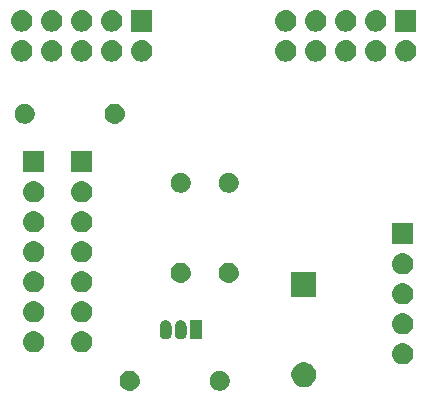
<source format=gbr>
G04 #@! TF.GenerationSoftware,KiCad,Pcbnew,5.0.2-bee76a0~70~ubuntu18.04.1*
G04 #@! TF.CreationDate,2018-12-25T16:41:34-08:00*
G04 #@! TF.ProjectId,Marlin_UIBOX,4d61726c-696e-45f5-9549-424f582e6b69,rev?*
G04 #@! TF.SameCoordinates,PX7bfa480PY68e7780*
G04 #@! TF.FileFunction,Soldermask,Bot*
G04 #@! TF.FilePolarity,Negative*
%FSLAX46Y46*%
G04 Gerber Fmt 4.6, Leading zero omitted, Abs format (unit mm)*
G04 Created by KiCad (PCBNEW 5.0.2-bee76a0~70~ubuntu18.04.1) date Tue 25 Dec 2018 04:41:34 PM PST*
%MOMM*%
%LPD*%
G01*
G04 APERTURE LIST*
%ADD10C,0.100000*%
G04 APERTURE END LIST*
D10*
G36*
X22902228Y4138297D02*
X23057100Y4074147D01*
X23196481Y3981015D01*
X23315015Y3862481D01*
X23408147Y3723100D01*
X23472297Y3568228D01*
X23505000Y3403816D01*
X23505000Y3236184D01*
X23472297Y3071772D01*
X23408147Y2916900D01*
X23315015Y2777519D01*
X23196481Y2658985D01*
X23057100Y2565853D01*
X22902228Y2501703D01*
X22737816Y2469000D01*
X22570184Y2469000D01*
X22405772Y2501703D01*
X22250900Y2565853D01*
X22111519Y2658985D01*
X21992985Y2777519D01*
X21899853Y2916900D01*
X21835703Y3071772D01*
X21803000Y3236184D01*
X21803000Y3403816D01*
X21835703Y3568228D01*
X21899853Y3723100D01*
X21992985Y3862481D01*
X22111519Y3981015D01*
X22250900Y4074147D01*
X22405772Y4138297D01*
X22570184Y4171000D01*
X22737816Y4171000D01*
X22902228Y4138297D01*
X22902228Y4138297D01*
G37*
G36*
X15200821Y4158687D02*
X15200824Y4158686D01*
X15200825Y4158686D01*
X15361239Y4110025D01*
X15361241Y4110024D01*
X15361244Y4110023D01*
X15509078Y4031005D01*
X15638659Y3924659D01*
X15745005Y3795078D01*
X15824023Y3647244D01*
X15824024Y3647241D01*
X15824025Y3647239D01*
X15856120Y3541435D01*
X15872687Y3486821D01*
X15889117Y3320000D01*
X15872687Y3153179D01*
X15872686Y3153176D01*
X15872686Y3153175D01*
X15835818Y3031637D01*
X15824023Y2992756D01*
X15745005Y2844922D01*
X15638659Y2715341D01*
X15509078Y2608995D01*
X15361244Y2529977D01*
X15361241Y2529976D01*
X15361239Y2529975D01*
X15200825Y2481314D01*
X15200824Y2481314D01*
X15200821Y2481313D01*
X15075804Y2469000D01*
X14992196Y2469000D01*
X14867179Y2481313D01*
X14867176Y2481314D01*
X14867175Y2481314D01*
X14706761Y2529975D01*
X14706759Y2529976D01*
X14706756Y2529977D01*
X14558922Y2608995D01*
X14429341Y2715341D01*
X14322995Y2844922D01*
X14243977Y2992756D01*
X14232183Y3031637D01*
X14195314Y3153175D01*
X14195314Y3153176D01*
X14195313Y3153179D01*
X14178883Y3320000D01*
X14195313Y3486821D01*
X14211880Y3541435D01*
X14243975Y3647239D01*
X14243976Y3647241D01*
X14243977Y3647244D01*
X14322995Y3795078D01*
X14429341Y3924659D01*
X14558922Y4031005D01*
X14706756Y4110023D01*
X14706759Y4110024D01*
X14706761Y4110025D01*
X14867175Y4158686D01*
X14867176Y4158686D01*
X14867179Y4158687D01*
X14992196Y4171000D01*
X15075804Y4171000D01*
X15200821Y4158687D01*
X15200821Y4158687D01*
G37*
G36*
X30072565Y4858611D02*
X30263834Y4779385D01*
X30435976Y4664363D01*
X30582363Y4517976D01*
X30697385Y4345834D01*
X30776611Y4154565D01*
X30817000Y3951516D01*
X30817000Y3744484D01*
X30776611Y3541435D01*
X30697385Y3350166D01*
X30582363Y3178024D01*
X30435976Y3031637D01*
X30263834Y2916615D01*
X30072565Y2837389D01*
X29869516Y2797000D01*
X29662484Y2797000D01*
X29459435Y2837389D01*
X29268166Y2916615D01*
X29096024Y3031637D01*
X28949637Y3178024D01*
X28834615Y3350166D01*
X28755389Y3541435D01*
X28715000Y3744484D01*
X28715000Y3951516D01*
X28755389Y4154565D01*
X28834615Y4345834D01*
X28949637Y4517976D01*
X29096024Y4664363D01*
X29268166Y4779385D01*
X29459435Y4858611D01*
X29662484Y4899000D01*
X29869516Y4899000D01*
X30072565Y4858611D01*
X30072565Y4858611D01*
G37*
G36*
X38258442Y6500482D02*
X38324627Y6493963D01*
X38437853Y6459616D01*
X38494467Y6442443D01*
X38633087Y6368348D01*
X38650991Y6358778D01*
X38686729Y6329448D01*
X38788186Y6246186D01*
X38871448Y6144729D01*
X38900778Y6108991D01*
X38900779Y6108989D01*
X38984443Y5952467D01*
X38984443Y5952466D01*
X39035963Y5782627D01*
X39053359Y5606000D01*
X39035963Y5429373D01*
X39001616Y5316147D01*
X38984443Y5259533D01*
X38910348Y5120913D01*
X38900778Y5103009D01*
X38871448Y5067271D01*
X38788186Y4965814D01*
X38686729Y4882552D01*
X38650991Y4853222D01*
X38650989Y4853221D01*
X38494467Y4769557D01*
X38437853Y4752384D01*
X38324627Y4718037D01*
X38258443Y4711519D01*
X38192260Y4705000D01*
X38103740Y4705000D01*
X38037558Y4711518D01*
X37971373Y4718037D01*
X37858147Y4752384D01*
X37801533Y4769557D01*
X37645011Y4853221D01*
X37645009Y4853222D01*
X37609271Y4882552D01*
X37507814Y4965814D01*
X37424552Y5067271D01*
X37395222Y5103009D01*
X37385652Y5120913D01*
X37311557Y5259533D01*
X37294384Y5316147D01*
X37260037Y5429373D01*
X37242641Y5606000D01*
X37260037Y5782627D01*
X37311557Y5952466D01*
X37311557Y5952467D01*
X37395221Y6108989D01*
X37395222Y6108991D01*
X37424552Y6144729D01*
X37507814Y6246186D01*
X37609271Y6329448D01*
X37645009Y6358778D01*
X37662913Y6368348D01*
X37801533Y6442443D01*
X37858147Y6459616D01*
X37971373Y6493963D01*
X38037557Y6500481D01*
X38103740Y6507000D01*
X38192260Y6507000D01*
X38258442Y6500482D01*
X38258442Y6500482D01*
G37*
G36*
X11080442Y7516482D02*
X11146627Y7509963D01*
X11259853Y7475616D01*
X11316467Y7458443D01*
X11438485Y7393222D01*
X11472991Y7374778D01*
X11508729Y7345448D01*
X11610186Y7262186D01*
X11693448Y7160729D01*
X11722778Y7124991D01*
X11722779Y7124989D01*
X11806443Y6968467D01*
X11806443Y6968466D01*
X11857963Y6798627D01*
X11875359Y6622000D01*
X11857963Y6445373D01*
X11857074Y6442443D01*
X11806443Y6275533D01*
X11790756Y6246186D01*
X11722778Y6119009D01*
X11693448Y6083271D01*
X11610186Y5981814D01*
X11508729Y5898552D01*
X11472991Y5869222D01*
X11472989Y5869221D01*
X11316467Y5785557D01*
X11259853Y5768384D01*
X11146627Y5734037D01*
X11080442Y5727518D01*
X11014260Y5721000D01*
X10925740Y5721000D01*
X10859558Y5727518D01*
X10793373Y5734037D01*
X10680147Y5768384D01*
X10623533Y5785557D01*
X10467011Y5869221D01*
X10467009Y5869222D01*
X10431271Y5898552D01*
X10329814Y5981814D01*
X10246552Y6083271D01*
X10217222Y6119009D01*
X10149244Y6246186D01*
X10133557Y6275533D01*
X10082926Y6442443D01*
X10082037Y6445373D01*
X10064641Y6622000D01*
X10082037Y6798627D01*
X10133557Y6968466D01*
X10133557Y6968467D01*
X10217221Y7124989D01*
X10217222Y7124991D01*
X10246552Y7160729D01*
X10329814Y7262186D01*
X10431271Y7345448D01*
X10467009Y7374778D01*
X10501515Y7393222D01*
X10623533Y7458443D01*
X10680147Y7475616D01*
X10793373Y7509963D01*
X10859558Y7516482D01*
X10925740Y7523000D01*
X11014260Y7523000D01*
X11080442Y7516482D01*
X11080442Y7516482D01*
G37*
G36*
X7016442Y7516482D02*
X7082627Y7509963D01*
X7195853Y7475616D01*
X7252467Y7458443D01*
X7374485Y7393222D01*
X7408991Y7374778D01*
X7444729Y7345448D01*
X7546186Y7262186D01*
X7629448Y7160729D01*
X7658778Y7124991D01*
X7658779Y7124989D01*
X7742443Y6968467D01*
X7742443Y6968466D01*
X7793963Y6798627D01*
X7811359Y6622000D01*
X7793963Y6445373D01*
X7793074Y6442443D01*
X7742443Y6275533D01*
X7726756Y6246186D01*
X7658778Y6119009D01*
X7629448Y6083271D01*
X7546186Y5981814D01*
X7444729Y5898552D01*
X7408991Y5869222D01*
X7408989Y5869221D01*
X7252467Y5785557D01*
X7195853Y5768384D01*
X7082627Y5734037D01*
X7016442Y5727518D01*
X6950260Y5721000D01*
X6861740Y5721000D01*
X6795558Y5727518D01*
X6729373Y5734037D01*
X6616147Y5768384D01*
X6559533Y5785557D01*
X6403011Y5869221D01*
X6403009Y5869222D01*
X6367271Y5898552D01*
X6265814Y5981814D01*
X6182552Y6083271D01*
X6153222Y6119009D01*
X6085244Y6246186D01*
X6069557Y6275533D01*
X6018926Y6442443D01*
X6018037Y6445373D01*
X6000641Y6622000D01*
X6018037Y6798627D01*
X6069557Y6968466D01*
X6069557Y6968467D01*
X6153221Y7124989D01*
X6153222Y7124991D01*
X6182552Y7160729D01*
X6265814Y7262186D01*
X6367271Y7345448D01*
X6403009Y7374778D01*
X6437515Y7393222D01*
X6559533Y7458443D01*
X6616147Y7475616D01*
X6729373Y7509963D01*
X6795558Y7516482D01*
X6861740Y7523000D01*
X6950260Y7523000D01*
X7016442Y7516482D01*
X7016442Y7516482D01*
G37*
G36*
X19450212Y8431751D02*
X19544651Y8403103D01*
X19631687Y8356582D01*
X19707975Y8293975D01*
X19770582Y8217687D01*
X19817103Y8130652D01*
X19845751Y8036213D01*
X19853000Y7962612D01*
X19853000Y7313388D01*
X19845751Y7239787D01*
X19817103Y7145348D01*
X19770582Y7058313D01*
X19707975Y6982025D01*
X19631687Y6919418D01*
X19544652Y6872897D01*
X19450213Y6844249D01*
X19352000Y6834576D01*
X19253788Y6844249D01*
X19159349Y6872897D01*
X19072314Y6919418D01*
X18996026Y6982025D01*
X18933419Y7058313D01*
X18897779Y7124991D01*
X18886898Y7145347D01*
X18877349Y7176828D01*
X18858250Y7239787D01*
X18851001Y7313388D01*
X18851000Y7313398D01*
X18851000Y7962611D01*
X18858249Y8036212D01*
X18886897Y8130651D01*
X18933418Y8217687D01*
X18996025Y8293975D01*
X19072313Y8356582D01*
X19159348Y8403103D01*
X19253787Y8431751D01*
X19352000Y8441424D01*
X19450212Y8431751D01*
X19450212Y8431751D01*
G37*
G36*
X18180212Y8431751D02*
X18274651Y8403103D01*
X18361687Y8356582D01*
X18437975Y8293975D01*
X18500582Y8217687D01*
X18547103Y8130652D01*
X18575751Y8036213D01*
X18583000Y7962612D01*
X18583000Y7313388D01*
X18575751Y7239787D01*
X18547103Y7145348D01*
X18500582Y7058313D01*
X18437975Y6982025D01*
X18361687Y6919418D01*
X18274652Y6872897D01*
X18180213Y6844249D01*
X18082000Y6834576D01*
X17983788Y6844249D01*
X17889349Y6872897D01*
X17802314Y6919418D01*
X17726026Y6982025D01*
X17663419Y7058313D01*
X17627779Y7124991D01*
X17616898Y7145347D01*
X17607349Y7176828D01*
X17588250Y7239787D01*
X17581001Y7313388D01*
X17581000Y7313398D01*
X17581000Y7962611D01*
X17588249Y8036212D01*
X17616897Y8130651D01*
X17663418Y8217687D01*
X17726025Y8293975D01*
X17802313Y8356582D01*
X17889348Y8403103D01*
X17983787Y8431751D01*
X18082000Y8441424D01*
X18180212Y8431751D01*
X18180212Y8431751D01*
G37*
G36*
X21123000Y6837000D02*
X20121000Y6837000D01*
X20121000Y8439000D01*
X21123000Y8439000D01*
X21123000Y6837000D01*
X21123000Y6837000D01*
G37*
G36*
X38258443Y9040481D02*
X38324627Y9033963D01*
X38437853Y8999616D01*
X38494467Y8982443D01*
X38633087Y8908348D01*
X38650991Y8898778D01*
X38686729Y8869448D01*
X38788186Y8786186D01*
X38871448Y8684729D01*
X38900778Y8648991D01*
X38900779Y8648989D01*
X38984443Y8492467D01*
X38984443Y8492466D01*
X39035963Y8322627D01*
X39053359Y8146000D01*
X39035963Y7969373D01*
X39001616Y7856147D01*
X38984443Y7799533D01*
X38910348Y7660913D01*
X38900778Y7643009D01*
X38871448Y7607271D01*
X38788186Y7505814D01*
X38686729Y7422552D01*
X38650991Y7393222D01*
X38650989Y7393221D01*
X38494467Y7309557D01*
X38437853Y7292384D01*
X38324627Y7258037D01*
X38258442Y7251518D01*
X38192260Y7245000D01*
X38103740Y7245000D01*
X38037557Y7251519D01*
X37971373Y7258037D01*
X37858147Y7292384D01*
X37801533Y7309557D01*
X37645011Y7393221D01*
X37645009Y7393222D01*
X37609271Y7422552D01*
X37507814Y7505814D01*
X37424552Y7607271D01*
X37395222Y7643009D01*
X37385652Y7660913D01*
X37311557Y7799533D01*
X37294384Y7856147D01*
X37260037Y7969373D01*
X37242641Y8146000D01*
X37260037Y8322627D01*
X37311557Y8492466D01*
X37311557Y8492467D01*
X37395221Y8648989D01*
X37395222Y8648991D01*
X37424552Y8684729D01*
X37507814Y8786186D01*
X37609271Y8869448D01*
X37645009Y8898778D01*
X37662913Y8908348D01*
X37801533Y8982443D01*
X37858147Y8999616D01*
X37971373Y9033963D01*
X38037558Y9040482D01*
X38103740Y9047000D01*
X38192260Y9047000D01*
X38258443Y9040481D01*
X38258443Y9040481D01*
G37*
G36*
X7016443Y10056481D02*
X7082627Y10049963D01*
X7195853Y10015616D01*
X7252467Y9998443D01*
X7374485Y9933222D01*
X7408991Y9914778D01*
X7444729Y9885448D01*
X7546186Y9802186D01*
X7629448Y9700729D01*
X7658778Y9664991D01*
X7658779Y9664989D01*
X7742443Y9508467D01*
X7742443Y9508466D01*
X7793963Y9338627D01*
X7811359Y9162000D01*
X7793963Y8985373D01*
X7793074Y8982443D01*
X7742443Y8815533D01*
X7726756Y8786186D01*
X7658778Y8659009D01*
X7629448Y8623271D01*
X7546186Y8521814D01*
X7448229Y8441424D01*
X7408991Y8409222D01*
X7408989Y8409221D01*
X7252467Y8325557D01*
X7195853Y8308384D01*
X7082627Y8274037D01*
X7016443Y8267519D01*
X6950260Y8261000D01*
X6861740Y8261000D01*
X6795557Y8267519D01*
X6729373Y8274037D01*
X6616147Y8308384D01*
X6559533Y8325557D01*
X6403011Y8409221D01*
X6403009Y8409222D01*
X6363771Y8441424D01*
X6265814Y8521814D01*
X6182552Y8623271D01*
X6153222Y8659009D01*
X6085244Y8786186D01*
X6069557Y8815533D01*
X6018926Y8982443D01*
X6018037Y8985373D01*
X6000641Y9162000D01*
X6018037Y9338627D01*
X6069557Y9508466D01*
X6069557Y9508467D01*
X6153221Y9664989D01*
X6153222Y9664991D01*
X6182552Y9700729D01*
X6265814Y9802186D01*
X6367271Y9885448D01*
X6403009Y9914778D01*
X6437515Y9933222D01*
X6559533Y9998443D01*
X6616147Y10015616D01*
X6729373Y10049963D01*
X6795557Y10056481D01*
X6861740Y10063000D01*
X6950260Y10063000D01*
X7016443Y10056481D01*
X7016443Y10056481D01*
G37*
G36*
X11080443Y10056481D02*
X11146627Y10049963D01*
X11259853Y10015616D01*
X11316467Y9998443D01*
X11438485Y9933222D01*
X11472991Y9914778D01*
X11508729Y9885448D01*
X11610186Y9802186D01*
X11693448Y9700729D01*
X11722778Y9664991D01*
X11722779Y9664989D01*
X11806443Y9508467D01*
X11806443Y9508466D01*
X11857963Y9338627D01*
X11875359Y9162000D01*
X11857963Y8985373D01*
X11857074Y8982443D01*
X11806443Y8815533D01*
X11790756Y8786186D01*
X11722778Y8659009D01*
X11693448Y8623271D01*
X11610186Y8521814D01*
X11512229Y8441424D01*
X11472991Y8409222D01*
X11472989Y8409221D01*
X11316467Y8325557D01*
X11259853Y8308384D01*
X11146627Y8274037D01*
X11080443Y8267519D01*
X11014260Y8261000D01*
X10925740Y8261000D01*
X10859557Y8267519D01*
X10793373Y8274037D01*
X10680147Y8308384D01*
X10623533Y8325557D01*
X10467011Y8409221D01*
X10467009Y8409222D01*
X10427771Y8441424D01*
X10329814Y8521814D01*
X10246552Y8623271D01*
X10217222Y8659009D01*
X10149244Y8786186D01*
X10133557Y8815533D01*
X10082926Y8982443D01*
X10082037Y8985373D01*
X10064641Y9162000D01*
X10082037Y9338627D01*
X10133557Y9508466D01*
X10133557Y9508467D01*
X10217221Y9664989D01*
X10217222Y9664991D01*
X10246552Y9700729D01*
X10329814Y9802186D01*
X10431271Y9885448D01*
X10467009Y9914778D01*
X10501515Y9933222D01*
X10623533Y9998443D01*
X10680147Y10015616D01*
X10793373Y10049963D01*
X10859557Y10056481D01*
X10925740Y10063000D01*
X11014260Y10063000D01*
X11080443Y10056481D01*
X11080443Y10056481D01*
G37*
G36*
X38258443Y11580481D02*
X38324627Y11573963D01*
X38437853Y11539616D01*
X38494467Y11522443D01*
X38633087Y11448348D01*
X38650991Y11438778D01*
X38686729Y11409448D01*
X38788186Y11326186D01*
X38871448Y11224729D01*
X38900778Y11188991D01*
X38900779Y11188989D01*
X38984443Y11032467D01*
X38984443Y11032466D01*
X39035963Y10862627D01*
X39053359Y10686000D01*
X39035963Y10509373D01*
X39001875Y10397000D01*
X38984443Y10339533D01*
X38910348Y10200913D01*
X38900778Y10183009D01*
X38871448Y10147271D01*
X38788186Y10045814D01*
X38686729Y9962552D01*
X38650991Y9933222D01*
X38650989Y9933221D01*
X38494467Y9849557D01*
X38437853Y9832384D01*
X38324627Y9798037D01*
X38258442Y9791518D01*
X38192260Y9785000D01*
X38103740Y9785000D01*
X38037558Y9791518D01*
X37971373Y9798037D01*
X37858147Y9832384D01*
X37801533Y9849557D01*
X37645011Y9933221D01*
X37645009Y9933222D01*
X37609271Y9962552D01*
X37507814Y10045814D01*
X37424552Y10147271D01*
X37395222Y10183009D01*
X37385652Y10200913D01*
X37311557Y10339533D01*
X37294125Y10397000D01*
X37260037Y10509373D01*
X37242641Y10686000D01*
X37260037Y10862627D01*
X37311557Y11032466D01*
X37311557Y11032467D01*
X37395221Y11188989D01*
X37395222Y11188991D01*
X37424552Y11224729D01*
X37507814Y11326186D01*
X37609271Y11409448D01*
X37645009Y11438778D01*
X37662913Y11448348D01*
X37801533Y11522443D01*
X37858147Y11539616D01*
X37971373Y11573963D01*
X38037557Y11580481D01*
X38103740Y11587000D01*
X38192260Y11587000D01*
X38258443Y11580481D01*
X38258443Y11580481D01*
G37*
G36*
X30817000Y10397000D02*
X28715000Y10397000D01*
X28715000Y12499000D01*
X30817000Y12499000D01*
X30817000Y10397000D01*
X30817000Y10397000D01*
G37*
G36*
X11080442Y12596482D02*
X11146627Y12589963D01*
X11259853Y12555616D01*
X11316467Y12538443D01*
X11438485Y12473222D01*
X11472991Y12454778D01*
X11508729Y12425448D01*
X11610186Y12342186D01*
X11693448Y12240729D01*
X11722778Y12204991D01*
X11722779Y12204989D01*
X11806443Y12048467D01*
X11806443Y12048466D01*
X11857963Y11878627D01*
X11875359Y11702000D01*
X11857963Y11525373D01*
X11857074Y11522443D01*
X11806443Y11355533D01*
X11790756Y11326186D01*
X11722778Y11199009D01*
X11693448Y11163271D01*
X11610186Y11061814D01*
X11508729Y10978552D01*
X11472991Y10949222D01*
X11472989Y10949221D01*
X11316467Y10865557D01*
X11259853Y10848384D01*
X11146627Y10814037D01*
X11080443Y10807519D01*
X11014260Y10801000D01*
X10925740Y10801000D01*
X10859557Y10807519D01*
X10793373Y10814037D01*
X10680147Y10848384D01*
X10623533Y10865557D01*
X10467011Y10949221D01*
X10467009Y10949222D01*
X10431271Y10978552D01*
X10329814Y11061814D01*
X10246552Y11163271D01*
X10217222Y11199009D01*
X10149244Y11326186D01*
X10133557Y11355533D01*
X10082926Y11522443D01*
X10082037Y11525373D01*
X10064641Y11702000D01*
X10082037Y11878627D01*
X10133557Y12048466D01*
X10133557Y12048467D01*
X10217221Y12204989D01*
X10217222Y12204991D01*
X10246552Y12240729D01*
X10329814Y12342186D01*
X10431271Y12425448D01*
X10467009Y12454778D01*
X10501515Y12473222D01*
X10623533Y12538443D01*
X10680147Y12555616D01*
X10793373Y12589963D01*
X10859558Y12596482D01*
X10925740Y12603000D01*
X11014260Y12603000D01*
X11080442Y12596482D01*
X11080442Y12596482D01*
G37*
G36*
X7016442Y12596482D02*
X7082627Y12589963D01*
X7195853Y12555616D01*
X7252467Y12538443D01*
X7374485Y12473222D01*
X7408991Y12454778D01*
X7444729Y12425448D01*
X7546186Y12342186D01*
X7629448Y12240729D01*
X7658778Y12204991D01*
X7658779Y12204989D01*
X7742443Y12048467D01*
X7742443Y12048466D01*
X7793963Y11878627D01*
X7811359Y11702000D01*
X7793963Y11525373D01*
X7793074Y11522443D01*
X7742443Y11355533D01*
X7726756Y11326186D01*
X7658778Y11199009D01*
X7629448Y11163271D01*
X7546186Y11061814D01*
X7444729Y10978552D01*
X7408991Y10949222D01*
X7408989Y10949221D01*
X7252467Y10865557D01*
X7195853Y10848384D01*
X7082627Y10814037D01*
X7016443Y10807519D01*
X6950260Y10801000D01*
X6861740Y10801000D01*
X6795557Y10807519D01*
X6729373Y10814037D01*
X6616147Y10848384D01*
X6559533Y10865557D01*
X6403011Y10949221D01*
X6403009Y10949222D01*
X6367271Y10978552D01*
X6265814Y11061814D01*
X6182552Y11163271D01*
X6153222Y11199009D01*
X6085244Y11326186D01*
X6069557Y11355533D01*
X6018926Y11522443D01*
X6018037Y11525373D01*
X6000641Y11702000D01*
X6018037Y11878627D01*
X6069557Y12048466D01*
X6069557Y12048467D01*
X6153221Y12204989D01*
X6153222Y12204991D01*
X6182552Y12240729D01*
X6265814Y12342186D01*
X6367271Y12425448D01*
X6403009Y12454778D01*
X6437515Y12473222D01*
X6559533Y12538443D01*
X6616147Y12555616D01*
X6729373Y12589963D01*
X6795558Y12596482D01*
X6861740Y12603000D01*
X6950260Y12603000D01*
X7016442Y12596482D01*
X7016442Y12596482D01*
G37*
G36*
X23582821Y13302687D02*
X23582824Y13302686D01*
X23582825Y13302686D01*
X23743239Y13254025D01*
X23743241Y13254024D01*
X23743244Y13254023D01*
X23891078Y13175005D01*
X24020659Y13068659D01*
X24127005Y12939078D01*
X24206023Y12791244D01*
X24206024Y12791241D01*
X24206025Y12791239D01*
X24226722Y12723009D01*
X24254687Y12630821D01*
X24271117Y12464000D01*
X24254687Y12297179D01*
X24254686Y12297176D01*
X24254686Y12297175D01*
X24226722Y12204989D01*
X24206023Y12136756D01*
X24127005Y11988922D01*
X24020659Y11859341D01*
X23891078Y11752995D01*
X23743244Y11673977D01*
X23743241Y11673976D01*
X23743239Y11673975D01*
X23582825Y11625314D01*
X23582824Y11625314D01*
X23582821Y11625313D01*
X23457804Y11613000D01*
X23374196Y11613000D01*
X23249179Y11625313D01*
X23249176Y11625314D01*
X23249175Y11625314D01*
X23088761Y11673975D01*
X23088759Y11673976D01*
X23088756Y11673977D01*
X22940922Y11752995D01*
X22811341Y11859341D01*
X22704995Y11988922D01*
X22625977Y12136756D01*
X22605279Y12204989D01*
X22577314Y12297175D01*
X22577314Y12297176D01*
X22577313Y12297179D01*
X22560883Y12464000D01*
X22577313Y12630821D01*
X22605278Y12723009D01*
X22625975Y12791239D01*
X22625976Y12791241D01*
X22625977Y12791244D01*
X22704995Y12939078D01*
X22811341Y13068659D01*
X22940922Y13175005D01*
X23088756Y13254023D01*
X23088759Y13254024D01*
X23088761Y13254025D01*
X23249175Y13302686D01*
X23249176Y13302686D01*
X23249179Y13302687D01*
X23374196Y13315000D01*
X23457804Y13315000D01*
X23582821Y13302687D01*
X23582821Y13302687D01*
G37*
G36*
X19518821Y13302687D02*
X19518824Y13302686D01*
X19518825Y13302686D01*
X19679239Y13254025D01*
X19679241Y13254024D01*
X19679244Y13254023D01*
X19827078Y13175005D01*
X19956659Y13068659D01*
X20063005Y12939078D01*
X20142023Y12791244D01*
X20142024Y12791241D01*
X20142025Y12791239D01*
X20162722Y12723009D01*
X20190687Y12630821D01*
X20207117Y12464000D01*
X20190687Y12297179D01*
X20190686Y12297176D01*
X20190686Y12297175D01*
X20162722Y12204989D01*
X20142023Y12136756D01*
X20063005Y11988922D01*
X19956659Y11859341D01*
X19827078Y11752995D01*
X19679244Y11673977D01*
X19679241Y11673976D01*
X19679239Y11673975D01*
X19518825Y11625314D01*
X19518824Y11625314D01*
X19518821Y11625313D01*
X19393804Y11613000D01*
X19310196Y11613000D01*
X19185179Y11625313D01*
X19185176Y11625314D01*
X19185175Y11625314D01*
X19024761Y11673975D01*
X19024759Y11673976D01*
X19024756Y11673977D01*
X18876922Y11752995D01*
X18747341Y11859341D01*
X18640995Y11988922D01*
X18561977Y12136756D01*
X18541279Y12204989D01*
X18513314Y12297175D01*
X18513314Y12297176D01*
X18513313Y12297179D01*
X18496883Y12464000D01*
X18513313Y12630821D01*
X18541278Y12723009D01*
X18561975Y12791239D01*
X18561976Y12791241D01*
X18561977Y12791244D01*
X18640995Y12939078D01*
X18747341Y13068659D01*
X18876922Y13175005D01*
X19024756Y13254023D01*
X19024759Y13254024D01*
X19024761Y13254025D01*
X19185175Y13302686D01*
X19185176Y13302686D01*
X19185179Y13302687D01*
X19310196Y13315000D01*
X19393804Y13315000D01*
X19518821Y13302687D01*
X19518821Y13302687D01*
G37*
G36*
X38258442Y14120482D02*
X38324627Y14113963D01*
X38437853Y14079616D01*
X38494467Y14062443D01*
X38633087Y13988348D01*
X38650991Y13978778D01*
X38686729Y13949448D01*
X38788186Y13866186D01*
X38871448Y13764729D01*
X38900778Y13728991D01*
X38900779Y13728989D01*
X38984443Y13572467D01*
X38984443Y13572466D01*
X39035963Y13402627D01*
X39053359Y13226000D01*
X39035963Y13049373D01*
X39002505Y12939078D01*
X38984443Y12879533D01*
X38937251Y12791244D01*
X38900778Y12723009D01*
X38871448Y12687271D01*
X38788186Y12585814D01*
X38686729Y12502552D01*
X38650991Y12473222D01*
X38650989Y12473221D01*
X38494467Y12389557D01*
X38437853Y12372384D01*
X38324627Y12338037D01*
X38258443Y12331519D01*
X38192260Y12325000D01*
X38103740Y12325000D01*
X38037557Y12331519D01*
X37971373Y12338037D01*
X37858147Y12372384D01*
X37801533Y12389557D01*
X37645011Y12473221D01*
X37645009Y12473222D01*
X37609271Y12502552D01*
X37507814Y12585814D01*
X37424552Y12687271D01*
X37395222Y12723009D01*
X37358749Y12791244D01*
X37311557Y12879533D01*
X37293495Y12939078D01*
X37260037Y13049373D01*
X37242641Y13226000D01*
X37260037Y13402627D01*
X37311557Y13572466D01*
X37311557Y13572467D01*
X37395221Y13728989D01*
X37395222Y13728991D01*
X37424552Y13764729D01*
X37507814Y13866186D01*
X37609271Y13949448D01*
X37645009Y13978778D01*
X37662913Y13988348D01*
X37801533Y14062443D01*
X37858147Y14079616D01*
X37971373Y14113963D01*
X38037557Y14120481D01*
X38103740Y14127000D01*
X38192260Y14127000D01*
X38258442Y14120482D01*
X38258442Y14120482D01*
G37*
G36*
X7016443Y15136481D02*
X7082627Y15129963D01*
X7195853Y15095616D01*
X7252467Y15078443D01*
X7391087Y15004348D01*
X7408991Y14994778D01*
X7444729Y14965448D01*
X7546186Y14882186D01*
X7629448Y14780729D01*
X7658778Y14744991D01*
X7658779Y14744989D01*
X7742443Y14588467D01*
X7742443Y14588466D01*
X7793963Y14418627D01*
X7811359Y14242000D01*
X7793963Y14065373D01*
X7793074Y14062443D01*
X7742443Y13895533D01*
X7726756Y13866186D01*
X7658778Y13739009D01*
X7629448Y13703271D01*
X7546186Y13601814D01*
X7444729Y13518552D01*
X7408991Y13489222D01*
X7408989Y13489221D01*
X7252467Y13405557D01*
X7195853Y13388384D01*
X7082627Y13354037D01*
X7016443Y13347519D01*
X6950260Y13341000D01*
X6861740Y13341000D01*
X6795558Y13347518D01*
X6729373Y13354037D01*
X6616147Y13388384D01*
X6559533Y13405557D01*
X6403011Y13489221D01*
X6403009Y13489222D01*
X6367271Y13518552D01*
X6265814Y13601814D01*
X6182552Y13703271D01*
X6153222Y13739009D01*
X6085244Y13866186D01*
X6069557Y13895533D01*
X6018926Y14062443D01*
X6018037Y14065373D01*
X6000641Y14242000D01*
X6018037Y14418627D01*
X6069557Y14588466D01*
X6069557Y14588467D01*
X6153221Y14744989D01*
X6153222Y14744991D01*
X6182552Y14780729D01*
X6265814Y14882186D01*
X6367271Y14965448D01*
X6403009Y14994778D01*
X6420913Y15004348D01*
X6559533Y15078443D01*
X6616147Y15095616D01*
X6729373Y15129963D01*
X6795558Y15136482D01*
X6861740Y15143000D01*
X6950260Y15143000D01*
X7016443Y15136481D01*
X7016443Y15136481D01*
G37*
G36*
X11080443Y15136481D02*
X11146627Y15129963D01*
X11259853Y15095616D01*
X11316467Y15078443D01*
X11455087Y15004348D01*
X11472991Y14994778D01*
X11508729Y14965448D01*
X11610186Y14882186D01*
X11693448Y14780729D01*
X11722778Y14744991D01*
X11722779Y14744989D01*
X11806443Y14588467D01*
X11806443Y14588466D01*
X11857963Y14418627D01*
X11875359Y14242000D01*
X11857963Y14065373D01*
X11857074Y14062443D01*
X11806443Y13895533D01*
X11790756Y13866186D01*
X11722778Y13739009D01*
X11693448Y13703271D01*
X11610186Y13601814D01*
X11508729Y13518552D01*
X11472991Y13489222D01*
X11472989Y13489221D01*
X11316467Y13405557D01*
X11259853Y13388384D01*
X11146627Y13354037D01*
X11080443Y13347519D01*
X11014260Y13341000D01*
X10925740Y13341000D01*
X10859558Y13347518D01*
X10793373Y13354037D01*
X10680147Y13388384D01*
X10623533Y13405557D01*
X10467011Y13489221D01*
X10467009Y13489222D01*
X10431271Y13518552D01*
X10329814Y13601814D01*
X10246552Y13703271D01*
X10217222Y13739009D01*
X10149244Y13866186D01*
X10133557Y13895533D01*
X10082926Y14062443D01*
X10082037Y14065373D01*
X10064641Y14242000D01*
X10082037Y14418627D01*
X10133557Y14588466D01*
X10133557Y14588467D01*
X10217221Y14744989D01*
X10217222Y14744991D01*
X10246552Y14780729D01*
X10329814Y14882186D01*
X10431271Y14965448D01*
X10467009Y14994778D01*
X10484913Y15004348D01*
X10623533Y15078443D01*
X10680147Y15095616D01*
X10793373Y15129963D01*
X10859558Y15136482D01*
X10925740Y15143000D01*
X11014260Y15143000D01*
X11080443Y15136481D01*
X11080443Y15136481D01*
G37*
G36*
X39049000Y14865000D02*
X37247000Y14865000D01*
X37247000Y16667000D01*
X39049000Y16667000D01*
X39049000Y14865000D01*
X39049000Y14865000D01*
G37*
G36*
X11080442Y17676482D02*
X11146627Y17669963D01*
X11259853Y17635616D01*
X11316467Y17618443D01*
X11455087Y17544348D01*
X11472991Y17534778D01*
X11508729Y17505448D01*
X11610186Y17422186D01*
X11693448Y17320729D01*
X11722778Y17284991D01*
X11722779Y17284989D01*
X11806443Y17128467D01*
X11806443Y17128466D01*
X11857963Y16958627D01*
X11875359Y16782000D01*
X11857963Y16605373D01*
X11823616Y16492147D01*
X11806443Y16435533D01*
X11732348Y16296913D01*
X11722778Y16279009D01*
X11693448Y16243271D01*
X11610186Y16141814D01*
X11508729Y16058552D01*
X11472991Y16029222D01*
X11472989Y16029221D01*
X11316467Y15945557D01*
X11259853Y15928384D01*
X11146627Y15894037D01*
X11080442Y15887518D01*
X11014260Y15881000D01*
X10925740Y15881000D01*
X10859558Y15887518D01*
X10793373Y15894037D01*
X10680147Y15928384D01*
X10623533Y15945557D01*
X10467011Y16029221D01*
X10467009Y16029222D01*
X10431271Y16058552D01*
X10329814Y16141814D01*
X10246552Y16243271D01*
X10217222Y16279009D01*
X10207652Y16296913D01*
X10133557Y16435533D01*
X10116384Y16492147D01*
X10082037Y16605373D01*
X10064641Y16782000D01*
X10082037Y16958627D01*
X10133557Y17128466D01*
X10133557Y17128467D01*
X10217221Y17284989D01*
X10217222Y17284991D01*
X10246552Y17320729D01*
X10329814Y17422186D01*
X10431271Y17505448D01*
X10467009Y17534778D01*
X10484913Y17544348D01*
X10623533Y17618443D01*
X10680147Y17635616D01*
X10793373Y17669963D01*
X10859558Y17676482D01*
X10925740Y17683000D01*
X11014260Y17683000D01*
X11080442Y17676482D01*
X11080442Y17676482D01*
G37*
G36*
X7016442Y17676482D02*
X7082627Y17669963D01*
X7195853Y17635616D01*
X7252467Y17618443D01*
X7391087Y17544348D01*
X7408991Y17534778D01*
X7444729Y17505448D01*
X7546186Y17422186D01*
X7629448Y17320729D01*
X7658778Y17284991D01*
X7658779Y17284989D01*
X7742443Y17128467D01*
X7742443Y17128466D01*
X7793963Y16958627D01*
X7811359Y16782000D01*
X7793963Y16605373D01*
X7759616Y16492147D01*
X7742443Y16435533D01*
X7668348Y16296913D01*
X7658778Y16279009D01*
X7629448Y16243271D01*
X7546186Y16141814D01*
X7444729Y16058552D01*
X7408991Y16029222D01*
X7408989Y16029221D01*
X7252467Y15945557D01*
X7195853Y15928384D01*
X7082627Y15894037D01*
X7016442Y15887518D01*
X6950260Y15881000D01*
X6861740Y15881000D01*
X6795558Y15887518D01*
X6729373Y15894037D01*
X6616147Y15928384D01*
X6559533Y15945557D01*
X6403011Y16029221D01*
X6403009Y16029222D01*
X6367271Y16058552D01*
X6265814Y16141814D01*
X6182552Y16243271D01*
X6153222Y16279009D01*
X6143652Y16296913D01*
X6069557Y16435533D01*
X6052384Y16492147D01*
X6018037Y16605373D01*
X6000641Y16782000D01*
X6018037Y16958627D01*
X6069557Y17128466D01*
X6069557Y17128467D01*
X6153221Y17284989D01*
X6153222Y17284991D01*
X6182552Y17320729D01*
X6265814Y17422186D01*
X6367271Y17505448D01*
X6403009Y17534778D01*
X6420913Y17544348D01*
X6559533Y17618443D01*
X6616147Y17635616D01*
X6729373Y17669963D01*
X6795558Y17676482D01*
X6861740Y17683000D01*
X6950260Y17683000D01*
X7016442Y17676482D01*
X7016442Y17676482D01*
G37*
G36*
X11080443Y20216481D02*
X11146627Y20209963D01*
X11259853Y20175616D01*
X11316467Y20158443D01*
X11455087Y20084348D01*
X11472991Y20074778D01*
X11508729Y20045448D01*
X11610186Y19962186D01*
X11693448Y19860729D01*
X11722778Y19824991D01*
X11722779Y19824989D01*
X11806443Y19668467D01*
X11806443Y19668466D01*
X11857963Y19498627D01*
X11875359Y19322000D01*
X11857963Y19145373D01*
X11823616Y19032147D01*
X11806443Y18975533D01*
X11732348Y18836913D01*
X11722778Y18819009D01*
X11693448Y18783271D01*
X11610186Y18681814D01*
X11508729Y18598552D01*
X11472991Y18569222D01*
X11472989Y18569221D01*
X11316467Y18485557D01*
X11259853Y18468384D01*
X11146627Y18434037D01*
X11080443Y18427519D01*
X11014260Y18421000D01*
X10925740Y18421000D01*
X10859557Y18427519D01*
X10793373Y18434037D01*
X10680147Y18468384D01*
X10623533Y18485557D01*
X10467011Y18569221D01*
X10467009Y18569222D01*
X10431271Y18598552D01*
X10329814Y18681814D01*
X10246552Y18783271D01*
X10217222Y18819009D01*
X10207652Y18836913D01*
X10133557Y18975533D01*
X10116384Y19032147D01*
X10082037Y19145373D01*
X10064641Y19322000D01*
X10082037Y19498627D01*
X10133557Y19668466D01*
X10133557Y19668467D01*
X10217221Y19824989D01*
X10217222Y19824991D01*
X10246552Y19860729D01*
X10329814Y19962186D01*
X10431271Y20045448D01*
X10467009Y20074778D01*
X10484913Y20084348D01*
X10623533Y20158443D01*
X10680147Y20175616D01*
X10793373Y20209963D01*
X10859557Y20216481D01*
X10925740Y20223000D01*
X11014260Y20223000D01*
X11080443Y20216481D01*
X11080443Y20216481D01*
G37*
G36*
X7016443Y20216481D02*
X7082627Y20209963D01*
X7195853Y20175616D01*
X7252467Y20158443D01*
X7391087Y20084348D01*
X7408991Y20074778D01*
X7444729Y20045448D01*
X7546186Y19962186D01*
X7629448Y19860729D01*
X7658778Y19824991D01*
X7658779Y19824989D01*
X7742443Y19668467D01*
X7742443Y19668466D01*
X7793963Y19498627D01*
X7811359Y19322000D01*
X7793963Y19145373D01*
X7759616Y19032147D01*
X7742443Y18975533D01*
X7668348Y18836913D01*
X7658778Y18819009D01*
X7629448Y18783271D01*
X7546186Y18681814D01*
X7444729Y18598552D01*
X7408991Y18569222D01*
X7408989Y18569221D01*
X7252467Y18485557D01*
X7195853Y18468384D01*
X7082627Y18434037D01*
X7016443Y18427519D01*
X6950260Y18421000D01*
X6861740Y18421000D01*
X6795557Y18427519D01*
X6729373Y18434037D01*
X6616147Y18468384D01*
X6559533Y18485557D01*
X6403011Y18569221D01*
X6403009Y18569222D01*
X6367271Y18598552D01*
X6265814Y18681814D01*
X6182552Y18783271D01*
X6153222Y18819009D01*
X6143652Y18836913D01*
X6069557Y18975533D01*
X6052384Y19032147D01*
X6018037Y19145373D01*
X6000641Y19322000D01*
X6018037Y19498627D01*
X6069557Y19668466D01*
X6069557Y19668467D01*
X6153221Y19824989D01*
X6153222Y19824991D01*
X6182552Y19860729D01*
X6265814Y19962186D01*
X6367271Y20045448D01*
X6403009Y20074778D01*
X6420913Y20084348D01*
X6559533Y20158443D01*
X6616147Y20175616D01*
X6729373Y20209963D01*
X6795557Y20216481D01*
X6861740Y20223000D01*
X6950260Y20223000D01*
X7016443Y20216481D01*
X7016443Y20216481D01*
G37*
G36*
X23664228Y20902297D02*
X23819100Y20838147D01*
X23958481Y20745015D01*
X24077015Y20626481D01*
X24170147Y20487100D01*
X24234297Y20332228D01*
X24267000Y20167816D01*
X24267000Y20000184D01*
X24234297Y19835772D01*
X24170147Y19680900D01*
X24077015Y19541519D01*
X23958481Y19422985D01*
X23819100Y19329853D01*
X23664228Y19265703D01*
X23499816Y19233000D01*
X23332184Y19233000D01*
X23167772Y19265703D01*
X23012900Y19329853D01*
X22873519Y19422985D01*
X22754985Y19541519D01*
X22661853Y19680900D01*
X22597703Y19835772D01*
X22565000Y20000184D01*
X22565000Y20167816D01*
X22597703Y20332228D01*
X22661853Y20487100D01*
X22754985Y20626481D01*
X22873519Y20745015D01*
X23012900Y20838147D01*
X23167772Y20902297D01*
X23332184Y20935000D01*
X23499816Y20935000D01*
X23664228Y20902297D01*
X23664228Y20902297D01*
G37*
G36*
X19600228Y20902297D02*
X19755100Y20838147D01*
X19894481Y20745015D01*
X20013015Y20626481D01*
X20106147Y20487100D01*
X20170297Y20332228D01*
X20203000Y20167816D01*
X20203000Y20000184D01*
X20170297Y19835772D01*
X20106147Y19680900D01*
X20013015Y19541519D01*
X19894481Y19422985D01*
X19755100Y19329853D01*
X19600228Y19265703D01*
X19435816Y19233000D01*
X19268184Y19233000D01*
X19103772Y19265703D01*
X18948900Y19329853D01*
X18809519Y19422985D01*
X18690985Y19541519D01*
X18597853Y19680900D01*
X18533703Y19835772D01*
X18501000Y20000184D01*
X18501000Y20167816D01*
X18533703Y20332228D01*
X18597853Y20487100D01*
X18690985Y20626481D01*
X18809519Y20745015D01*
X18948900Y20838147D01*
X19103772Y20902297D01*
X19268184Y20935000D01*
X19435816Y20935000D01*
X19600228Y20902297D01*
X19600228Y20902297D01*
G37*
G36*
X11871000Y20961000D02*
X10069000Y20961000D01*
X10069000Y22763000D01*
X11871000Y22763000D01*
X11871000Y20961000D01*
X11871000Y20961000D01*
G37*
G36*
X7807000Y20961000D02*
X6005000Y20961000D01*
X6005000Y22763000D01*
X7807000Y22763000D01*
X7807000Y20961000D01*
X7807000Y20961000D01*
G37*
G36*
X13930821Y26764687D02*
X13930824Y26764686D01*
X13930825Y26764686D01*
X14091239Y26716025D01*
X14091241Y26716024D01*
X14091244Y26716023D01*
X14239078Y26637005D01*
X14368659Y26530659D01*
X14475005Y26401078D01*
X14554023Y26253244D01*
X14554024Y26253241D01*
X14554025Y26253239D01*
X14602686Y26092825D01*
X14602687Y26092821D01*
X14619117Y25926000D01*
X14602687Y25759179D01*
X14602686Y25759176D01*
X14602686Y25759175D01*
X14577993Y25677772D01*
X14554023Y25598756D01*
X14475005Y25450922D01*
X14368659Y25321341D01*
X14239078Y25214995D01*
X14091244Y25135977D01*
X14091241Y25135976D01*
X14091239Y25135975D01*
X13930825Y25087314D01*
X13930824Y25087314D01*
X13930821Y25087313D01*
X13805804Y25075000D01*
X13722196Y25075000D01*
X13597179Y25087313D01*
X13597176Y25087314D01*
X13597175Y25087314D01*
X13436761Y25135975D01*
X13436759Y25135976D01*
X13436756Y25135977D01*
X13288922Y25214995D01*
X13159341Y25321341D01*
X13052995Y25450922D01*
X12973977Y25598756D01*
X12950008Y25677772D01*
X12925314Y25759175D01*
X12925314Y25759176D01*
X12925313Y25759179D01*
X12908883Y25926000D01*
X12925313Y26092821D01*
X12925314Y26092825D01*
X12973975Y26253239D01*
X12973976Y26253241D01*
X12973977Y26253244D01*
X13052995Y26401078D01*
X13159341Y26530659D01*
X13288922Y26637005D01*
X13436756Y26716023D01*
X13436759Y26716024D01*
X13436761Y26716025D01*
X13597175Y26764686D01*
X13597176Y26764686D01*
X13597179Y26764687D01*
X13722196Y26777000D01*
X13805804Y26777000D01*
X13930821Y26764687D01*
X13930821Y26764687D01*
G37*
G36*
X6392228Y26744297D02*
X6547100Y26680147D01*
X6686481Y26587015D01*
X6805015Y26468481D01*
X6898147Y26329100D01*
X6962297Y26174228D01*
X6995000Y26009816D01*
X6995000Y25842184D01*
X6962297Y25677772D01*
X6898147Y25522900D01*
X6805015Y25383519D01*
X6686481Y25264985D01*
X6547100Y25171853D01*
X6392228Y25107703D01*
X6227816Y25075000D01*
X6060184Y25075000D01*
X5895772Y25107703D01*
X5740900Y25171853D01*
X5601519Y25264985D01*
X5482985Y25383519D01*
X5389853Y25522900D01*
X5325703Y25677772D01*
X5293000Y25842184D01*
X5293000Y26009816D01*
X5325703Y26174228D01*
X5389853Y26329100D01*
X5482985Y26468481D01*
X5601519Y26587015D01*
X5740900Y26680147D01*
X5895772Y26744297D01*
X6060184Y26777000D01*
X6227816Y26777000D01*
X6392228Y26744297D01*
X6392228Y26744297D01*
G37*
G36*
X16229294Y32161367D02*
X16401694Y32109069D01*
X16401696Y32109068D01*
X16560583Y32024141D01*
X16560585Y32024140D01*
X16560584Y32024140D01*
X16699849Y31909849D01*
X16814140Y31770584D01*
X16899069Y31611694D01*
X16951367Y31439294D01*
X16969025Y31260000D01*
X16951367Y31080706D01*
X16899069Y30908306D01*
X16899068Y30908304D01*
X16814141Y30749417D01*
X16699849Y30610151D01*
X16560583Y30495859D01*
X16401696Y30410932D01*
X16401694Y30410931D01*
X16229294Y30358633D01*
X16094931Y30345400D01*
X16005069Y30345400D01*
X15870706Y30358633D01*
X15698306Y30410931D01*
X15698304Y30410932D01*
X15539417Y30495859D01*
X15400151Y30610151D01*
X15285859Y30749417D01*
X15200932Y30908304D01*
X15200931Y30908306D01*
X15148633Y31080706D01*
X15130975Y31260000D01*
X15148633Y31439294D01*
X15200931Y31611694D01*
X15285860Y31770584D01*
X15400151Y31909849D01*
X15539416Y32024140D01*
X15539415Y32024140D01*
X15539417Y32024141D01*
X15698304Y32109068D01*
X15698306Y32109069D01*
X15870706Y32161367D01*
X16005069Y32174600D01*
X16094931Y32174600D01*
X16229294Y32161367D01*
X16229294Y32161367D01*
G37*
G36*
X33501294Y32161367D02*
X33673694Y32109069D01*
X33673696Y32109068D01*
X33832583Y32024141D01*
X33832585Y32024140D01*
X33832584Y32024140D01*
X33971849Y31909849D01*
X34086140Y31770584D01*
X34171069Y31611694D01*
X34223367Y31439294D01*
X34241025Y31260000D01*
X34223367Y31080706D01*
X34171069Y30908306D01*
X34171068Y30908304D01*
X34086141Y30749417D01*
X33971849Y30610151D01*
X33832583Y30495859D01*
X33673696Y30410932D01*
X33673694Y30410931D01*
X33501294Y30358633D01*
X33366931Y30345400D01*
X33277069Y30345400D01*
X33142706Y30358633D01*
X32970306Y30410931D01*
X32970304Y30410932D01*
X32811417Y30495859D01*
X32672151Y30610151D01*
X32557859Y30749417D01*
X32472932Y30908304D01*
X32472931Y30908306D01*
X32420633Y31080706D01*
X32402975Y31260000D01*
X32420633Y31439294D01*
X32472931Y31611694D01*
X32557860Y31770584D01*
X32672151Y31909849D01*
X32811416Y32024140D01*
X32811415Y32024140D01*
X32811417Y32024141D01*
X32970304Y32109068D01*
X32970306Y32109069D01*
X33142706Y32161367D01*
X33277069Y32174600D01*
X33366931Y32174600D01*
X33501294Y32161367D01*
X33501294Y32161367D01*
G37*
G36*
X28421294Y32161367D02*
X28593694Y32109069D01*
X28593696Y32109068D01*
X28752583Y32024141D01*
X28752585Y32024140D01*
X28752584Y32024140D01*
X28891849Y31909849D01*
X29006140Y31770584D01*
X29091069Y31611694D01*
X29143367Y31439294D01*
X29161025Y31260000D01*
X29143367Y31080706D01*
X29091069Y30908306D01*
X29091068Y30908304D01*
X29006141Y30749417D01*
X28891849Y30610151D01*
X28752583Y30495859D01*
X28593696Y30410932D01*
X28593694Y30410931D01*
X28421294Y30358633D01*
X28286931Y30345400D01*
X28197069Y30345400D01*
X28062706Y30358633D01*
X27890306Y30410931D01*
X27890304Y30410932D01*
X27731417Y30495859D01*
X27592151Y30610151D01*
X27477859Y30749417D01*
X27392932Y30908304D01*
X27392931Y30908306D01*
X27340633Y31080706D01*
X27322975Y31260000D01*
X27340633Y31439294D01*
X27392931Y31611694D01*
X27477860Y31770584D01*
X27592151Y31909849D01*
X27731416Y32024140D01*
X27731415Y32024140D01*
X27731417Y32024141D01*
X27890304Y32109068D01*
X27890306Y32109069D01*
X28062706Y32161367D01*
X28197069Y32174600D01*
X28286931Y32174600D01*
X28421294Y32161367D01*
X28421294Y32161367D01*
G37*
G36*
X38581294Y32161367D02*
X38753694Y32109069D01*
X38753696Y32109068D01*
X38912583Y32024141D01*
X38912585Y32024140D01*
X38912584Y32024140D01*
X39051849Y31909849D01*
X39166140Y31770584D01*
X39251069Y31611694D01*
X39303367Y31439294D01*
X39321025Y31260000D01*
X39303367Y31080706D01*
X39251069Y30908306D01*
X39251068Y30908304D01*
X39166141Y30749417D01*
X39051849Y30610151D01*
X38912583Y30495859D01*
X38753696Y30410932D01*
X38753694Y30410931D01*
X38581294Y30358633D01*
X38446931Y30345400D01*
X38357069Y30345400D01*
X38222706Y30358633D01*
X38050306Y30410931D01*
X38050304Y30410932D01*
X37891417Y30495859D01*
X37752151Y30610151D01*
X37637859Y30749417D01*
X37552932Y30908304D01*
X37552931Y30908306D01*
X37500633Y31080706D01*
X37482975Y31260000D01*
X37500633Y31439294D01*
X37552931Y31611694D01*
X37637860Y31770584D01*
X37752151Y31909849D01*
X37891416Y32024140D01*
X37891415Y32024140D01*
X37891417Y32024141D01*
X38050304Y32109068D01*
X38050306Y32109069D01*
X38222706Y32161367D01*
X38357069Y32174600D01*
X38446931Y32174600D01*
X38581294Y32161367D01*
X38581294Y32161367D01*
G37*
G36*
X13689294Y32161367D02*
X13861694Y32109069D01*
X13861696Y32109068D01*
X14020583Y32024141D01*
X14020585Y32024140D01*
X14020584Y32024140D01*
X14159849Y31909849D01*
X14274140Y31770584D01*
X14359069Y31611694D01*
X14411367Y31439294D01*
X14429025Y31260000D01*
X14411367Y31080706D01*
X14359069Y30908306D01*
X14359068Y30908304D01*
X14274141Y30749417D01*
X14159849Y30610151D01*
X14020583Y30495859D01*
X13861696Y30410932D01*
X13861694Y30410931D01*
X13689294Y30358633D01*
X13554931Y30345400D01*
X13465069Y30345400D01*
X13330706Y30358633D01*
X13158306Y30410931D01*
X13158304Y30410932D01*
X12999417Y30495859D01*
X12860151Y30610151D01*
X12745859Y30749417D01*
X12660932Y30908304D01*
X12660931Y30908306D01*
X12608633Y31080706D01*
X12590975Y31260000D01*
X12608633Y31439294D01*
X12660931Y31611694D01*
X12745860Y31770584D01*
X12860151Y31909849D01*
X12999416Y32024140D01*
X12999415Y32024140D01*
X12999417Y32024141D01*
X13158304Y32109068D01*
X13158306Y32109069D01*
X13330706Y32161367D01*
X13465069Y32174600D01*
X13554931Y32174600D01*
X13689294Y32161367D01*
X13689294Y32161367D01*
G37*
G36*
X36041294Y32161367D02*
X36213694Y32109069D01*
X36213696Y32109068D01*
X36372583Y32024141D01*
X36372585Y32024140D01*
X36372584Y32024140D01*
X36511849Y31909849D01*
X36626140Y31770584D01*
X36711069Y31611694D01*
X36763367Y31439294D01*
X36781025Y31260000D01*
X36763367Y31080706D01*
X36711069Y30908306D01*
X36711068Y30908304D01*
X36626141Y30749417D01*
X36511849Y30610151D01*
X36372583Y30495859D01*
X36213696Y30410932D01*
X36213694Y30410931D01*
X36041294Y30358633D01*
X35906931Y30345400D01*
X35817069Y30345400D01*
X35682706Y30358633D01*
X35510306Y30410931D01*
X35510304Y30410932D01*
X35351417Y30495859D01*
X35212151Y30610151D01*
X35097859Y30749417D01*
X35012932Y30908304D01*
X35012931Y30908306D01*
X34960633Y31080706D01*
X34942975Y31260000D01*
X34960633Y31439294D01*
X35012931Y31611694D01*
X35097860Y31770584D01*
X35212151Y31909849D01*
X35351416Y32024140D01*
X35351415Y32024140D01*
X35351417Y32024141D01*
X35510304Y32109068D01*
X35510306Y32109069D01*
X35682706Y32161367D01*
X35817069Y32174600D01*
X35906931Y32174600D01*
X36041294Y32161367D01*
X36041294Y32161367D01*
G37*
G36*
X11149294Y32161367D02*
X11321694Y32109069D01*
X11321696Y32109068D01*
X11480583Y32024141D01*
X11480585Y32024140D01*
X11480584Y32024140D01*
X11619849Y31909849D01*
X11734140Y31770584D01*
X11819069Y31611694D01*
X11871367Y31439294D01*
X11889025Y31260000D01*
X11871367Y31080706D01*
X11819069Y30908306D01*
X11819068Y30908304D01*
X11734141Y30749417D01*
X11619849Y30610151D01*
X11480583Y30495859D01*
X11321696Y30410932D01*
X11321694Y30410931D01*
X11149294Y30358633D01*
X11014931Y30345400D01*
X10925069Y30345400D01*
X10790706Y30358633D01*
X10618306Y30410931D01*
X10618304Y30410932D01*
X10459417Y30495859D01*
X10320151Y30610151D01*
X10205859Y30749417D01*
X10120932Y30908304D01*
X10120931Y30908306D01*
X10068633Y31080706D01*
X10050975Y31260000D01*
X10068633Y31439294D01*
X10120931Y31611694D01*
X10205860Y31770584D01*
X10320151Y31909849D01*
X10459416Y32024140D01*
X10459415Y32024140D01*
X10459417Y32024141D01*
X10618304Y32109068D01*
X10618306Y32109069D01*
X10790706Y32161367D01*
X10925069Y32174600D01*
X11014931Y32174600D01*
X11149294Y32161367D01*
X11149294Y32161367D01*
G37*
G36*
X8609294Y32161367D02*
X8781694Y32109069D01*
X8781696Y32109068D01*
X8940583Y32024141D01*
X8940585Y32024140D01*
X8940584Y32024140D01*
X9079849Y31909849D01*
X9194140Y31770584D01*
X9279069Y31611694D01*
X9331367Y31439294D01*
X9349025Y31260000D01*
X9331367Y31080706D01*
X9279069Y30908306D01*
X9279068Y30908304D01*
X9194141Y30749417D01*
X9079849Y30610151D01*
X8940583Y30495859D01*
X8781696Y30410932D01*
X8781694Y30410931D01*
X8609294Y30358633D01*
X8474931Y30345400D01*
X8385069Y30345400D01*
X8250706Y30358633D01*
X8078306Y30410931D01*
X8078304Y30410932D01*
X7919417Y30495859D01*
X7780151Y30610151D01*
X7665859Y30749417D01*
X7580932Y30908304D01*
X7580931Y30908306D01*
X7528633Y31080706D01*
X7510975Y31260000D01*
X7528633Y31439294D01*
X7580931Y31611694D01*
X7665860Y31770584D01*
X7780151Y31909849D01*
X7919416Y32024140D01*
X7919415Y32024140D01*
X7919417Y32024141D01*
X8078304Y32109068D01*
X8078306Y32109069D01*
X8250706Y32161367D01*
X8385069Y32174600D01*
X8474931Y32174600D01*
X8609294Y32161367D01*
X8609294Y32161367D01*
G37*
G36*
X6069294Y32161367D02*
X6241694Y32109069D01*
X6241696Y32109068D01*
X6400583Y32024141D01*
X6400585Y32024140D01*
X6400584Y32024140D01*
X6539849Y31909849D01*
X6654140Y31770584D01*
X6739069Y31611694D01*
X6791367Y31439294D01*
X6809025Y31260000D01*
X6791367Y31080706D01*
X6739069Y30908306D01*
X6739068Y30908304D01*
X6654141Y30749417D01*
X6539849Y30610151D01*
X6400583Y30495859D01*
X6241696Y30410932D01*
X6241694Y30410931D01*
X6069294Y30358633D01*
X5934931Y30345400D01*
X5845069Y30345400D01*
X5710706Y30358633D01*
X5538306Y30410931D01*
X5538304Y30410932D01*
X5379417Y30495859D01*
X5240151Y30610151D01*
X5125859Y30749417D01*
X5040932Y30908304D01*
X5040931Y30908306D01*
X4988633Y31080706D01*
X4970975Y31260000D01*
X4988633Y31439294D01*
X5040931Y31611694D01*
X5125860Y31770584D01*
X5240151Y31909849D01*
X5379416Y32024140D01*
X5379415Y32024140D01*
X5379417Y32024141D01*
X5538304Y32109068D01*
X5538306Y32109069D01*
X5710706Y32161367D01*
X5845069Y32174600D01*
X5934931Y32174600D01*
X6069294Y32161367D01*
X6069294Y32161367D01*
G37*
G36*
X30961294Y32161367D02*
X31133694Y32109069D01*
X31133696Y32109068D01*
X31292583Y32024141D01*
X31292585Y32024140D01*
X31292584Y32024140D01*
X31431849Y31909849D01*
X31546140Y31770584D01*
X31631069Y31611694D01*
X31683367Y31439294D01*
X31701025Y31260000D01*
X31683367Y31080706D01*
X31631069Y30908306D01*
X31631068Y30908304D01*
X31546141Y30749417D01*
X31431849Y30610151D01*
X31292583Y30495859D01*
X31133696Y30410932D01*
X31133694Y30410931D01*
X30961294Y30358633D01*
X30826931Y30345400D01*
X30737069Y30345400D01*
X30602706Y30358633D01*
X30430306Y30410931D01*
X30430304Y30410932D01*
X30271417Y30495859D01*
X30132151Y30610151D01*
X30017859Y30749417D01*
X29932932Y30908304D01*
X29932931Y30908306D01*
X29880633Y31080706D01*
X29862975Y31260000D01*
X29880633Y31439294D01*
X29932931Y31611694D01*
X30017860Y31770584D01*
X30132151Y31909849D01*
X30271416Y32024140D01*
X30271415Y32024140D01*
X30271417Y32024141D01*
X30430304Y32109068D01*
X30430306Y32109069D01*
X30602706Y32161367D01*
X30737069Y32174600D01*
X30826931Y32174600D01*
X30961294Y32161367D01*
X30961294Y32161367D01*
G37*
G36*
X6069294Y34701367D02*
X6241694Y34649069D01*
X6241696Y34649068D01*
X6400583Y34564141D01*
X6400585Y34564140D01*
X6400584Y34564140D01*
X6539849Y34449849D01*
X6654140Y34310584D01*
X6739069Y34151694D01*
X6791367Y33979294D01*
X6809025Y33800000D01*
X6791367Y33620706D01*
X6739069Y33448306D01*
X6739068Y33448304D01*
X6654141Y33289417D01*
X6539849Y33150151D01*
X6400583Y33035859D01*
X6241696Y32950932D01*
X6241694Y32950931D01*
X6069294Y32898633D01*
X5934931Y32885400D01*
X5845069Y32885400D01*
X5710706Y32898633D01*
X5538306Y32950931D01*
X5538304Y32950932D01*
X5379417Y33035859D01*
X5240151Y33150151D01*
X5125859Y33289417D01*
X5040932Y33448304D01*
X5040931Y33448306D01*
X4988633Y33620706D01*
X4970975Y33800000D01*
X4988633Y33979294D01*
X5040931Y34151694D01*
X5125860Y34310584D01*
X5240151Y34449849D01*
X5379416Y34564140D01*
X5379415Y34564140D01*
X5379417Y34564141D01*
X5538304Y34649068D01*
X5538306Y34649069D01*
X5710706Y34701367D01*
X5845069Y34714600D01*
X5934931Y34714600D01*
X6069294Y34701367D01*
X6069294Y34701367D01*
G37*
G36*
X39316600Y32885400D02*
X37487400Y32885400D01*
X37487400Y34714600D01*
X39316600Y34714600D01*
X39316600Y32885400D01*
X39316600Y32885400D01*
G37*
G36*
X36041294Y34701367D02*
X36213694Y34649069D01*
X36213696Y34649068D01*
X36372583Y34564141D01*
X36372585Y34564140D01*
X36372584Y34564140D01*
X36511849Y34449849D01*
X36626140Y34310584D01*
X36711069Y34151694D01*
X36763367Y33979294D01*
X36781025Y33800000D01*
X36763367Y33620706D01*
X36711069Y33448306D01*
X36711068Y33448304D01*
X36626141Y33289417D01*
X36511849Y33150151D01*
X36372583Y33035859D01*
X36213696Y32950932D01*
X36213694Y32950931D01*
X36041294Y32898633D01*
X35906931Y32885400D01*
X35817069Y32885400D01*
X35682706Y32898633D01*
X35510306Y32950931D01*
X35510304Y32950932D01*
X35351417Y33035859D01*
X35212151Y33150151D01*
X35097859Y33289417D01*
X35012932Y33448304D01*
X35012931Y33448306D01*
X34960633Y33620706D01*
X34942975Y33800000D01*
X34960633Y33979294D01*
X35012931Y34151694D01*
X35097860Y34310584D01*
X35212151Y34449849D01*
X35351416Y34564140D01*
X35351415Y34564140D01*
X35351417Y34564141D01*
X35510304Y34649068D01*
X35510306Y34649069D01*
X35682706Y34701367D01*
X35817069Y34714600D01*
X35906931Y34714600D01*
X36041294Y34701367D01*
X36041294Y34701367D01*
G37*
G36*
X33501294Y34701367D02*
X33673694Y34649069D01*
X33673696Y34649068D01*
X33832583Y34564141D01*
X33832585Y34564140D01*
X33832584Y34564140D01*
X33971849Y34449849D01*
X34086140Y34310584D01*
X34171069Y34151694D01*
X34223367Y33979294D01*
X34241025Y33800000D01*
X34223367Y33620706D01*
X34171069Y33448306D01*
X34171068Y33448304D01*
X34086141Y33289417D01*
X33971849Y33150151D01*
X33832583Y33035859D01*
X33673696Y32950932D01*
X33673694Y32950931D01*
X33501294Y32898633D01*
X33366931Y32885400D01*
X33277069Y32885400D01*
X33142706Y32898633D01*
X32970306Y32950931D01*
X32970304Y32950932D01*
X32811417Y33035859D01*
X32672151Y33150151D01*
X32557859Y33289417D01*
X32472932Y33448304D01*
X32472931Y33448306D01*
X32420633Y33620706D01*
X32402975Y33800000D01*
X32420633Y33979294D01*
X32472931Y34151694D01*
X32557860Y34310584D01*
X32672151Y34449849D01*
X32811416Y34564140D01*
X32811415Y34564140D01*
X32811417Y34564141D01*
X32970304Y34649068D01*
X32970306Y34649069D01*
X33142706Y34701367D01*
X33277069Y34714600D01*
X33366931Y34714600D01*
X33501294Y34701367D01*
X33501294Y34701367D01*
G37*
G36*
X30961294Y34701367D02*
X31133694Y34649069D01*
X31133696Y34649068D01*
X31292583Y34564141D01*
X31292585Y34564140D01*
X31292584Y34564140D01*
X31431849Y34449849D01*
X31546140Y34310584D01*
X31631069Y34151694D01*
X31683367Y33979294D01*
X31701025Y33800000D01*
X31683367Y33620706D01*
X31631069Y33448306D01*
X31631068Y33448304D01*
X31546141Y33289417D01*
X31431849Y33150151D01*
X31292583Y33035859D01*
X31133696Y32950932D01*
X31133694Y32950931D01*
X30961294Y32898633D01*
X30826931Y32885400D01*
X30737069Y32885400D01*
X30602706Y32898633D01*
X30430306Y32950931D01*
X30430304Y32950932D01*
X30271417Y33035859D01*
X30132151Y33150151D01*
X30017859Y33289417D01*
X29932932Y33448304D01*
X29932931Y33448306D01*
X29880633Y33620706D01*
X29862975Y33800000D01*
X29880633Y33979294D01*
X29932931Y34151694D01*
X30017860Y34310584D01*
X30132151Y34449849D01*
X30271416Y34564140D01*
X30271415Y34564140D01*
X30271417Y34564141D01*
X30430304Y34649068D01*
X30430306Y34649069D01*
X30602706Y34701367D01*
X30737069Y34714600D01*
X30826931Y34714600D01*
X30961294Y34701367D01*
X30961294Y34701367D01*
G37*
G36*
X28421294Y34701367D02*
X28593694Y34649069D01*
X28593696Y34649068D01*
X28752583Y34564141D01*
X28752585Y34564140D01*
X28752584Y34564140D01*
X28891849Y34449849D01*
X29006140Y34310584D01*
X29091069Y34151694D01*
X29143367Y33979294D01*
X29161025Y33800000D01*
X29143367Y33620706D01*
X29091069Y33448306D01*
X29091068Y33448304D01*
X29006141Y33289417D01*
X28891849Y33150151D01*
X28752583Y33035859D01*
X28593696Y32950932D01*
X28593694Y32950931D01*
X28421294Y32898633D01*
X28286931Y32885400D01*
X28197069Y32885400D01*
X28062706Y32898633D01*
X27890306Y32950931D01*
X27890304Y32950932D01*
X27731417Y33035859D01*
X27592151Y33150151D01*
X27477859Y33289417D01*
X27392932Y33448304D01*
X27392931Y33448306D01*
X27340633Y33620706D01*
X27322975Y33800000D01*
X27340633Y33979294D01*
X27392931Y34151694D01*
X27477860Y34310584D01*
X27592151Y34449849D01*
X27731416Y34564140D01*
X27731415Y34564140D01*
X27731417Y34564141D01*
X27890304Y34649068D01*
X27890306Y34649069D01*
X28062706Y34701367D01*
X28197069Y34714600D01*
X28286931Y34714600D01*
X28421294Y34701367D01*
X28421294Y34701367D01*
G37*
G36*
X16964600Y32885400D02*
X15135400Y32885400D01*
X15135400Y34714600D01*
X16964600Y34714600D01*
X16964600Y32885400D01*
X16964600Y32885400D01*
G37*
G36*
X13689294Y34701367D02*
X13861694Y34649069D01*
X13861696Y34649068D01*
X14020583Y34564141D01*
X14020585Y34564140D01*
X14020584Y34564140D01*
X14159849Y34449849D01*
X14274140Y34310584D01*
X14359069Y34151694D01*
X14411367Y33979294D01*
X14429025Y33800000D01*
X14411367Y33620706D01*
X14359069Y33448306D01*
X14359068Y33448304D01*
X14274141Y33289417D01*
X14159849Y33150151D01*
X14020583Y33035859D01*
X13861696Y32950932D01*
X13861694Y32950931D01*
X13689294Y32898633D01*
X13554931Y32885400D01*
X13465069Y32885400D01*
X13330706Y32898633D01*
X13158306Y32950931D01*
X13158304Y32950932D01*
X12999417Y33035859D01*
X12860151Y33150151D01*
X12745859Y33289417D01*
X12660932Y33448304D01*
X12660931Y33448306D01*
X12608633Y33620706D01*
X12590975Y33800000D01*
X12608633Y33979294D01*
X12660931Y34151694D01*
X12745860Y34310584D01*
X12860151Y34449849D01*
X12999416Y34564140D01*
X12999415Y34564140D01*
X12999417Y34564141D01*
X13158304Y34649068D01*
X13158306Y34649069D01*
X13330706Y34701367D01*
X13465069Y34714600D01*
X13554931Y34714600D01*
X13689294Y34701367D01*
X13689294Y34701367D01*
G37*
G36*
X11149294Y34701367D02*
X11321694Y34649069D01*
X11321696Y34649068D01*
X11480583Y34564141D01*
X11480585Y34564140D01*
X11480584Y34564140D01*
X11619849Y34449849D01*
X11734140Y34310584D01*
X11819069Y34151694D01*
X11871367Y33979294D01*
X11889025Y33800000D01*
X11871367Y33620706D01*
X11819069Y33448306D01*
X11819068Y33448304D01*
X11734141Y33289417D01*
X11619849Y33150151D01*
X11480583Y33035859D01*
X11321696Y32950932D01*
X11321694Y32950931D01*
X11149294Y32898633D01*
X11014931Y32885400D01*
X10925069Y32885400D01*
X10790706Y32898633D01*
X10618306Y32950931D01*
X10618304Y32950932D01*
X10459417Y33035859D01*
X10320151Y33150151D01*
X10205859Y33289417D01*
X10120932Y33448304D01*
X10120931Y33448306D01*
X10068633Y33620706D01*
X10050975Y33800000D01*
X10068633Y33979294D01*
X10120931Y34151694D01*
X10205860Y34310584D01*
X10320151Y34449849D01*
X10459416Y34564140D01*
X10459415Y34564140D01*
X10459417Y34564141D01*
X10618304Y34649068D01*
X10618306Y34649069D01*
X10790706Y34701367D01*
X10925069Y34714600D01*
X11014931Y34714600D01*
X11149294Y34701367D01*
X11149294Y34701367D01*
G37*
G36*
X8609294Y34701367D02*
X8781694Y34649069D01*
X8781696Y34649068D01*
X8940583Y34564141D01*
X8940585Y34564140D01*
X8940584Y34564140D01*
X9079849Y34449849D01*
X9194140Y34310584D01*
X9279069Y34151694D01*
X9331367Y33979294D01*
X9349025Y33800000D01*
X9331367Y33620706D01*
X9279069Y33448306D01*
X9279068Y33448304D01*
X9194141Y33289417D01*
X9079849Y33150151D01*
X8940583Y33035859D01*
X8781696Y32950932D01*
X8781694Y32950931D01*
X8609294Y32898633D01*
X8474931Y32885400D01*
X8385069Y32885400D01*
X8250706Y32898633D01*
X8078306Y32950931D01*
X8078304Y32950932D01*
X7919417Y33035859D01*
X7780151Y33150151D01*
X7665859Y33289417D01*
X7580932Y33448304D01*
X7580931Y33448306D01*
X7528633Y33620706D01*
X7510975Y33800000D01*
X7528633Y33979294D01*
X7580931Y34151694D01*
X7665860Y34310584D01*
X7780151Y34449849D01*
X7919416Y34564140D01*
X7919415Y34564140D01*
X7919417Y34564141D01*
X8078304Y34649068D01*
X8078306Y34649069D01*
X8250706Y34701367D01*
X8385069Y34714600D01*
X8474931Y34714600D01*
X8609294Y34701367D01*
X8609294Y34701367D01*
G37*
M02*

</source>
